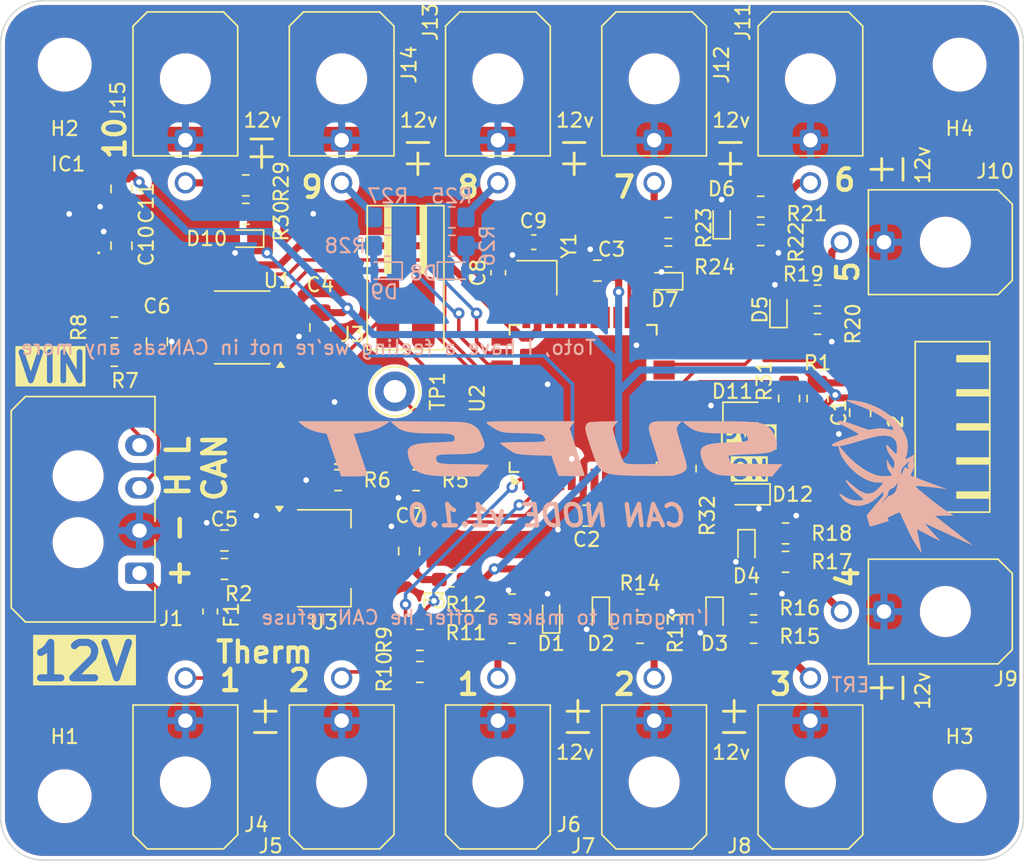
<source format=kicad_pcb>
(kicad_pcb (version 20240108) (generator "pcbnew") (generator_version "8.0")
  (layers (0 "F.Cu" signal) (31 "B.Cu" signal) (34 "B.Paste" user) (35 "F.Paste" user) (36 "B.SilkS" user "B.Silkscreen") (37 "F.SilkS" user "F.Silkscreen") (38 "B.Mask" user) (39 "F.Mask" user) (44 "Edge.Cuts" user))
  (net 0 "")
  (net 1 "+3V3")
  (net 2 "GND")
  (net 3 "+12V")
  (net 4 "/Decoupling")
  (net 5 "/Unfused 3V3")
  (net 6 "/CLK+")
  (net 7 "/CLK-")
  (net 8 "/4:1 P{slash}D 1")
  (net 9 "/4:1 P{slash}D 2")
  (net 10 "/4:1 P{slash}D 3")
  (net 11 "/4:1 P{slash}D 4")
  (net 12 "/4:1 P{slash}D 5")
  (net 13 "/4:1 P{slash}D 8")
  (net 14 "/4:1 P{slash}D 6")
  (net 15 "/4:1 P{slash}D 7")
  (net 16 "Net-(F1-Pad2)")
  (net 17 "Net-(J1-Pin_1)")
  (net 18 "/ICSPCLK")
  (net 19 "/~{MCLR}")
  (net 20 "/ICSPDAT")
  (net 21 "/CAN_RX")
  (net 22 "/CAN_TX")
  (net 23 "/CAN-")
  (net 24 "/CAN+")
  (net 25 "Net-(J6-Pin_2)")
  (net 26 "Net-(J7-Pin_2)")
  (net 27 "Net-(J8-Pin_2)")
  (net 28 "Net-(J9-Pin_2)")
  (net 29 "/Therm 2")
  (net 30 "/Therm 1")
  (net 31 "Net-(J12-Pin_2)")
  (net 32 "Net-(J13-Pin_2)")
  (net 41 "unconnected-(U1-NC-Pad8)")
  (net 42 "Net-(J10-Pin_2)")
  (net 43 "Net-(J11-Pin_2)")
  (net 44 "/4:1 P{slash}D 9")
  (net 45 "/4:1 P{slash}D 10")
  (net 46 "Net-(J14-Pin_2)")
  (net 47 "Net-(J15-Pin_2)")
  (net 48 "Net-(D11-A)")
  (net 49 "/Power ON LED")
  (net 50 "/Config value 0")
  (net 51 "/Config value 1")
  (net 53 "Net-(U2-RD2)")
  (net 54 "Net-(D12-A)")
  (net 60 "/INT1")
  (net 61 "/SCK1")
  (net 62 "/SDI1")
  (net 63 "/~{CS}")
  (net 64 "/VCC IO")
  (net 65 "/SD01")
  (net 66 "/ASDI1")
  (net 67 "/ASDO1")
  (footprint "Resistor_SMD:R_0805_2012Metric_Pad1.20x1.40mm_HandSolder" (layer "F.Cu") (at 117 95)
    (property "Reference" "R8")
    (property "Value" "60R")
  )
  (footprint "Connector_Molex:Molex_Micro-Fit_3.0_43045-0200_2x01_P3.00mm_Horizontal" (layer "F.Cu") (at 133 81.82)
    (property "Reference" "J14")
    (property "Value" "Conn_01x02_Pin")
  )
  (footprint "Resistor_SMD:R_0805_2012Metric_Pad1.20x1.40mm_HandSolder" (layer "F.Cu") (at 162 116.5)
    (property "Reference" "R15")
    (property "Value" "40k")
  )
  (footprint "Capacitor_SMD:C_0805_2012Metric_Pad1.18x1.45mm_HandSolder" (layer "F.Cu") (at 117.5 85.25 -90)
    (property "Reference" "C11")
    (property "Value" "0.1u")
  )
  (footprint "Capacitor_SMD:C_0805_2012Metric_Pad1.18x1.45mm_HandSolder" (layer "F.Cu") (at 169.5 101 -90)
    (property "Reference" "C1")
    (property "Value" "10u")
  )
  (footprint "Package_TO_SOT_SMD:SOT-223-3_TabPin2" (layer "F.Cu") (at 131.75 111.25)
    (property "Reference" "U3")
    (property "Value" "AZ1117CH-3.3TRG1")
  )
  (footprint "Capacitor_SMD:C_0805_2012Metric_Pad1.18x1.45mm_HandSolder" (layer "F.Cu") (at 151 91 180)
    (property "Reference" "C3")
    (property "Value" "100n")
  )
  (footprint "Connector_Molex:Molex_Micro-Fit_3.0_43045-0200_2x01_P3.00mm_Horizontal" (layer "F.Cu") (at 171.18 89 -90)
    (property "Reference" "J10")
    (property "Value" "Conn_01x02_Pin")
  )
  (footprint "Resistor_SMD:R_0805_2012Metric_Pad1.20x1.40mm_HandSolder" (layer "F.Cu") (at 154 114.5 180)
    (property "Reference" "R14")
    (property "Value" "10k")
  )
  (footprint "sufst-lib:Conn5_SMD" (layer "F.Cu") (at 174.875 102 -90)
    (property "Reference" "J2")
    (property "Value" "Conn_01x05_Pin")
  )
  (footprint "Connector_Molex:Molex_Micro-Fit_3.0_43045-0200_2x01_P3.00mm_Horizontal" (layer "F.Cu") (at 133 122.68 180)
    (property "Reference" "J5")
    (property "Value" "Conn_01x02_Pin")
  )
  (footprint "Resistor_SMD:R_0805_2012Metric_Pad1.20x1.40mm_HandSolder" (layer "F.Cu") (at 117 97 180)
    (property "Reference" "R7")
    (property "Value" "60R")
  )
  (footprint "Capacitor_SMD:C_0805_2012Metric_Pad1.18x1.45mm_HandSolder" (layer "F.Cu") (at 124.75 110 180)
    (property "Reference" "C5")
    (property "Value" "10u")
  )
  (footprint "Resistor_SMD:R_0805_2012Metric_Pad1.20x1.40mm_HandSolder" (layer "F.Cu") (at 138.25 105.75 180)
    (property "Reference" "R5")
    (property "Value" "0")
  )
  (footprint "Diode_SMD:D_SOD-523" (layer "F.Cu") (at 155.75 91.75 180)
    (property "Reference" "D7")
    (property "Value" "BZT585B3V3T-7")
  )
  (footprint "Resistor_SMD:R_0805_2012Metric_Pad1.20x1.40mm_HandSolder" (layer "F.Cu") (at 166.5 92.75)
    (property "Reference" "R19")
    (property "Value" "40k")
  )
  (footprint "sufst-lib:Conn2_SMD" (layer "F.Cu") (at 137.5 93.925)
    (property "Reference" "J3")
    (property "Value" "Conn_01x02 Surface")
  )
  (footprint "Connector_Molex:Molex_Micro-Fit_3.0_43045-0200_2x01_P3.00mm_Horizontal" (layer "F.Cu") (at 155 81.82)
    (property "Reference" "J12")
    (property "Value" "Conn_01x02_Pin")
  )
  (footprint "Resistor_SMD:R_0805_2012Metric_Pad1.20x1.40mm_HandSolder" (layer "F.Cu") (at 126.25 87)
    (property "Reference" "R30")
    (property "Value" "10k")
  )
  (footprint "Resistor_SMD:R_0805_2012Metric_Pad1.20x1.40mm_HandSolder" (layer "F.Cu") (at 162 114.5 180)
    (property "Reference" "R16")
    (property "Value" "10k")
  )
  (footprint "Diode_SMD:D_SOD-523" (layer "F.Cu") (at 151.25 115.25 -90)
    (property "Reference" "D2")
    (property "Value" "BZT585B3V3T-7")
  )
  (footprint "Crystal:Crystal_SMD_SeikoEpson_FA128-4Pin_2.0x1.6mm" (layer "F.Cu") (at 146.75 91.5 180)
    (property "Reference" "Y1")
    (property "Value" "20MHz")
  )
  (footprint "Capacitor_SMD:C_0805_2012Metric_Pad1.18x1.45mm_HandSolder" (layer "F.Cu") (at 137.75 110.75 90)
    (property "Reference" "C7")
    (property "Value" "10u")
  )
  (footprint "Resistor_SMD:R_0805_2012Metric_Pad1.20x1.40mm_HandSolder" (layer "F.Cu") (at 158.68486 104.939618 90)
    (property "Reference" "R32")
    (property "Value" "12")
  )
  (footprint "Capacitor_SMD:C_0805_2012Metric_Pad1.18x1.45mm_HandSolder" (layer "F.Cu") (at 150.25 108.25 180)
    (property "Reference" "C2")
    (property "Value" "100n")
  )
  (footprint "Resistor_SMD:R_0805_2012Metric_Pad1.20x1.40mm_HandSolder" (layer "F.Cu") (at 156 88 180)
    (property "Reference" "R23")
    (property "Value" "40k")
  )
  (footprint "Connector_Molex:Molex_Micro-Fit_3.0_43045-0200_2x01_P3.00mm_Horizontal" (layer "F.Cu") (at 155 122.68 180)
    (property "Reference" "J7")
    (property "Value" "Conn_01x02_Pin")
  )
  (footprint "Capacitor_SMD:C_0603_1608Metric_Pad1.08x0.95mm_HandSolder" (layer "F.Cu") (at 144.025 91.15 90)
    (property "Reference" "C8")
    (property "Value" "10p")
  )
  (footprint "Resistor_SMD:R_0805_2012Metric_Pad1.20x1.40mm_HandSolder" (layer "F.Cu") (at 166.5 94.75 180)
    (property "Reference" "R20")
    (property "Value" "10k")
  )
  (footprint "Resistor_SMD:R_0805_2012Metric_Pad1.20x1.40mm_HandSolder" (layer "F.Cu") (at 126.25 85 180)
    (property "Reference" "R29")
    (property "Value" "40k")
  )
  (footprint "TestPoint:TestPoint_Keystone_5010-5014_Multipurpose" (layer "F.Cu") (at 136.75 99.5)
    (property "Reference" "TP1")
    (property "Value" "TestPoint")
  )
  (footprint "Resistor_SMD:R_0805_2012Metric_Pad1.20x1.40mm_HandSolder" (layer "F.Cu") (at 164.5 100 90)
    (property "Reference" "R31")
    (property "Value" "68")
  )
  (footprint "LED_SMD:LED_0603_1608Metric_Pad1.05x0.95mm_HandSolder" (layer "F.Cu") (at 161.5 101)
    (property "Reference" "D11")
    (property "Value" "RED LED")
  )
  (footprint "Resistor_SMD:R_0805_2012Metric_Pad1.20x1.40mm_HandSolder" (layer "F.Cu") (at 162.5 86.5)
    (property "Reference" "R21")
    (property "Value" "40k")
  )
  (footprint "Resistor_SMD:R_0805_2012Metric_Pad1.20x1.40mm_HandSolder" (layer "F.Cu") (at 138.5 117)
    (property "Reference" "R9")
    (property "Value" "10k")
  )
  (footprint "Resistor_SMD:R_0805_2012Metric_Pad1.20x1.40mm_HandSolder" (layer "F.Cu") (at 154 116.5)
    (property "Reference" "R13")
    (property "Value" "40k")
  )
  (footprint "Connector_Molex:Molex_Micro-Fit_3.0_43045-0200_2x01_P3.00mm_Horizontal" (layer "F.Cu") (at 144 81.82)
    (property "Reference" "J13")
    (property "Value" "Conn_01x02_Pin")
  )
  (footprint "Diode_SMD:D_SOD-523" (layer "F.Cu") (at 147.75 115.25 90)
    (property "Reference" "D1")
    (property "Value" "BZT585B3V3T-7")
  )
  (footprint "Resistor_SMD:R_0805_2012Metric_Pad1.20x1.40mm_HandSolder" (layer "F.Cu") (at 124.75 112)
    (property "Reference" "R2")
    (property "Value" "12")
  )
  (footprint "Connector_Molex:Molex_Micro-Fit_3.0_43045-0200_2x01_P3.00mm_Horizontal" (layer "F.Cu") (at 166 122.68 180)
    (property "Reference" "J8")
    (property "Value" "Conn_01x02_Pin")
  )
  (footprint "Capacitor_SMD:C_0603_1608Metric_Pad1.08x0.95mm_HandSolder" (layer "F.Cu") (at 146.525 89 180)
    (property "Reference" "C9")
    (property "Value" "10p")
  )
  (footprint "Diode_SMD:D_SOD-523" (layer "F.Cu") (at 159.75 87.5 90)
    (property "Reference" "D6")
    (property "Value" "BZT585B3V3T-7")
  )
  (footprint "Resistor_SMD:R_0805_2012Metric_Pad1.20x1.40mm_HandSolder" (layer "F.Cu") (at 156 90)
    (property "Reference" "R24")
    (property "Value" "10k")
  )
  (footprint "LED_SMD:LED_0603_1608Metric_Pad1.05x0.95mm_HandSolder" (layer "F.Cu") (at 161.5 106.75 180)
    (property "Reference" "D12")
    (property "Value" "GREEN LED")
  )
  (footprint "Diode_SMD:D_SOD-523" (layer "F.Cu") (at 159.25 115.25 -90)
    (property "Reference" "D3")
    (property "Value" "BZT585B3V3T-7")
  )
  (footprint "Capacitor_SMD:C_0805_2012Metric_Pad1.18x1.45mm_HandSolder" (layer "F.Cu") (at 131.5 95 90)
    (property "Reference" "C4")
    (property "Value" "100n")
  )
  (footprint "Diode_SMD:D_SOD-523" (layer "F.Cu") (at 126.25 88.75 180)
    (property "Reference" "D10")
    (property "Value" "BZT585B3V3T-7")
  )
  (footprint "Resistor_SMD:R_0805_2012Metric_Pad1.20x1.40mm_HandSolder" (layer "F.Cu") (at 164.25 111.5)
    (property "Reference" "R17")
    (property "Value" "40k")
  )
  (footprint "MountingHole:MountingHole_3.2mm_M3" (layer "F.Cu") (at 176.5 128)
    (property "Reference" "H3")
    (property "Value" "M3")
  )
  (footprint "Resistor_SMD:R_0805_2012Metric_Pad1.20x1.40mm_HandSolder" (layer "F.Cu") (at 145 116.5 180)
    (property "Reference" "R11")
    (property "Value" "40k")
  )
  (footprint "Resistor_SMD:R_0805_2012Metric_Pad1.20x1.40mm_HandSolder" (layer "F.Cu") (at 138.5 119.25)
    (property "Reference" "R10")
    (property "Value" "10k")
  )
  (footprint "NetTie:NetTie-2_SMD_Pad0.5mm" (layer "F.Cu") (at 136.25 103.264316 180)
    (property "Reference" "NT2" (hide yes))
    (property "Value" "NetTie_2" (hide yes))
  )
  (footprint "Connector_Molex:Molex_Micro-Fit_3.0_43045-0200_2x01_P3.00mm_Horizontal" (layer "F.Cu") (at 166 81.82)
    (property "Reference" "J11")
    (property "Value" "Conn_01x02_Pin")
  )
  (footprint "Resistor_SMD:R_0805_2012Metric_Pad1.20x1.40mm_HandSolder" (layer "F.Cu") (at 145 114.5)
    (property "Reference" "R12")
    (property "Value" "10k")
  )
  (footprint "Diode_SMD:D_SOD-523" (layer "F.Cu") (at 163.75 93.75 90)
    (property "Reference" "D5")
    (property "Value" "BZT585B3V3T-7")
  )
  (footprint "Fuse:Fuse_0603_1608Metric_Pad1.05x0.95mm_HandSolder" (layer "F.Cu") (at 123.75 115 90)
    (property "Reference" "F1")
    (property "Value" "F0603E0R25FSTR\\INT")
  )
  (footprint "Resistor_SMD:R_0805_2012Metric_Pad1.20x1.40mm_HandSolder" (layer "F.Cu") (at 162.5 88.5 180)
    (property "Reference" "R22")
    (property "Value" "10k")
  )
  (footprint "Resistor_SMD:R_0805_2012Metric_Pad1.20x1.40mm_HandSolder" (layer "F.Cu") (at 164.25 109.5 180)
    (property "Reference" "R18")
    (property "Value" "10k")
  )
  (footprint "Connector_Molex:Molex_Micro-Fit_3.0_43045-0200_2x01_P3.00mm_Horizontal" (layer "F.Cu") (at 122 81.82)
    (property "Reference" "J15")
    (property "Value" "Conn_01x02_Pin")
  )
  (footprint "Package_QFP:TQFP-44_10x10mm_P0.8mm" (layer "F.Cu") (at 150 100 90)
    (property "Reference" "U2")
    (property "Value" "PIC18F47Q84-I/PT")
  )
  (footprint "MountingHole:MountingHole_3.2mm_M3" (layer "F.Cu") (at 176.5 76.5)
    (property "Reference" "H4")
    (property "Value" "M3")
  )
  (footprint "NetTie:NetTie-2_SMD_Pad0.5mm" (layer "F.Cu") (at 136.25 104.25 180)
    (property "Reference" "NT1" (hide yes))
    (property "Value" "NetTie_2" (hide yes))
  )
  (footprint "Connector_Molex:Molex_Micro-Fit_3.0_43045-0200_2x01_P3.00mm_Horizontal" (layer "F.Cu") (at 144 122.68 180)
    (property "Reference" "J6")
    (property "Value" "Conn_01x02_Pin")
  )
  (footprint "Connector_Molex:Molex_Micro-Fit_3.0_43045-0200_2x01_P3.00mm_Horizontal" (layer "F.Cu") (at 171.18 115 -90)
    (property "Reference" "J9")
    (property "Value" "Conn_01x02_Pin")
  )
  (footprint "Fuse:Fuse_0603_1608Metric_Pad1.05x0.95mm_HandSolder" (layer "F.Cu") (at 140.75 112.75)
    (property "Reference" "F3")
    (property "Value" "F0603E0R25FSTR\\INT")
  )
  (footprint "MountingHole:MountingHole_3.2mm_M3" (layer "F.Cu") (at 113.5 128)
    (property "Reference" "H1")
    (property "Value" "M3")
  )
  (footprint "MountingHole:MountingHole_3.2mm_M3" (layer "F.Cu") (at 113.5 76.5)
    (property "Reference" "H2")
    (property "Value" "M3")
  )
  (footprint "Capacitor_SMD:C_0805_2012Metric_Pad1.18x1.45mm_HandSolder" (layer "F.Cu") (at 120 96 -90)
    (property "Reference" "C6")
    (property "Value" "4n7")
  )
  (footprint "Resistor_SMD:R_0805_2012Metric_Pad1.20x1.40mm_HandSolder" (layer "F.Cu") (at 166.5 100 -90)
    (property "Reference" "R1")
    (property "Value" "10k")
  )
  (footprint "sufst-lib:ADXL343BCCZRL" (layer "F.Cu") (at 113.75 87.75 180)
    (property "Reference" "IC1")
    (property "Value" "ADXL343BCCZ-RL" (hide yes))
  )
  (footprint "Connector_Molex:Molex_Micro-Fit_3.0_43650-0400_1x04_P3.00mm_Horizontal" (layer "F.Cu") (at 118.77 112.3 90)
    (property "Reference" "J1")
    (property "Value" "Conn_01x04_Pin")
  )
  (footprint "Capacitor_SMD:C_0805_2012Metric_Pad1.18x1.45mm_HandSolder" (layer "F.Cu") (at 117.5 89.25 90)
    (property "Reference" "C10")
    (property "Value" "1u")
  )
  (footprint "Resistor_SMD:R_0805_2012Metric_Pad1.20x1.40mm_HandSolder" (layer "F.Cu") (at 132.75 105.75 180)
    (property "Reference" "R6")
    (property "Value" "0")
  )
  (footprint "Package_SO:SOIC-8_3.9x4.9mm_P1.27mm" (layer "F.Cu") (at 126 95 180)
    (property "Reference" "U1")
    (property "Value" "TCAN332DR")
  )
  (footprint "Connector_Molex:Molex_Micro-Fit_3.0_43045-0200_2x01_P3.00mm_Horizontal" (layer "F.Cu") (at 122 122.68 180)
    (property "Reference" "J4")
    (property "Value" "Conn_01x02_Pin")
  )
  (footprint "Diode_SMD:D_SOD-523" (layer "F.Cu") (at 161.5 110.5 -90)
    (property "Reference" "D4")
    (property "Value" "BZT585B3V3T-7")
  )
  (footprint "Diode_SMD:D_SOD-523" (layer "B.Cu") (at 136 91 180)
    (property "Reference" "D9")
    (property "Value" "BZT585B3V3T-7")
  )
  (footprint "Resistor_SMD:R_0805_2012Metric_Pad1.20x1.40mm_HandSolder" (layer "B.Cu") (at 140.75 89.25 180)
    (property "Reference" "R26")
    (property "Value" "10k")
  )
  (footprint "Resistor_SMD:R_0805_2012Metric_Pad1.20x1.40mm_HandSolder" (layer "B.Cu") (at 136.25 89.25)
    (property "Reference" "R28")
    (property "Value" "10k")
  )
  (footprint "Resistor_SMD:R_0805_2012Metric_Pad1.20x1.40mm_HandSolder" (layer "B.Cu") (at 140.75 87.25)
    (property "Reference" "R25")
    (property "Value" "40k")
  )
  (footprint "Resistor_SMD:R_0805_2012Metric_Pad1.20x1.40mm_HandSolder" (layer "B.Cu") (at 136.25 87.25 180)
    (property "Reference" "R27")
    (property "Value" "40k")
  )
  (footprint "sufst-lib:stag-logo" (layer "B.Cu") (at 172.5 105.5 180)
    (property "Reference" "G***" (hide yes))
    (property "Value" "LOGO" (hide yes))
  )
  (footprint "sufst-lib:SUFST" (layer "B.Cu") (at 147 103.5 180)
    (property "Reference" "G***" (hide yes))
    (property "Value" "LOGO" (hide yes))
  )
  (footprint "Diode_SMD:D_SOD-523" (layer "B.Cu") (at 141 91)
    (property "Reference" "D8")
    (property "Value" "BZT585B3V3T-7")
  )
  (gr_line (start 109 116) (end 109 129.5) (stroke (width 0.1)) (layer "Edge.Cuts"))
  (gr_arc (start 178 72) (mid 180.12132 72.87868) (end 181 75) (stroke (width 0.1)) (layer "Edge.Cuts"))
  (gr_line (start 181 75) (end 181 129.5) (stroke (width 0.1)) (layer "Edge.Cuts"))
  (gr_line (start 109 116) (end 109 75) (stroke (width 0.1)) (layer "Edge.Cuts"))
  (gr_arc (start 109 75) (mid 109.87868 72.87868) (end 112 72) (stroke (width 0.1)) (layer "Edge.Cuts"))
  (gr_line (start 112 132.5) (end 178 132.5) (stroke (width 0.1)) (layer "Edge.Cuts"))
  (gr_arc (start 112 132.5) (mid 109.87868 131.62132) (end 109 129.5) (stroke (width 0.1)) (layer "Edge.Cuts"))
  (gr_line (start 112 72) (end 178 72) (stroke (width 0.1)) (layer "Edge.Cuts"))
  (gr_arc (start 181 129.5) (mid 180.12132 131.62132) (end 178 132.5) (stroke (width 0.1)) (layer "Edge.Cuts"))
  (gr_text "I'm going to make a offer he CAN refuse" (at 159 116 0) (layer "B.SilkS") (effects (font (size 1 1)) (justify left bottom mirror)))
  (gr_text "CAN NODE v1.1.0\n" (at 147.5 108.25 0) (layer "B.SilkS") (effects (font (size 1.5 1.5) (thickness 0.3) (italic yes)) (justify mirror)))
  (gr_text "ERT" (at 170.25 120.75 0) (layer "B.SilkS") (effects (font (size 1 1)) (justify left bottom mirror)))
  (gr_text "Toto, I have a feeling we're not in CANsas any more" (at 151 97 0) (layer "B.SilkS") (effects (font (size 1 1)) (justify left bottom mirror)))
  (gr_text "1" (at 141 121 0) (layer "F.SilkS") (effects (font (size 1.5 1.5) (thickness 0.3) (bold yes)) (justify left bottom)))
  (gr_text "+" (at 151 121 180) (layer "F.SilkS") (effects (font (size 2 2) (thickness 0.2) (bold yes)) (justify left bottom)))
  (gr_text "-" (at 129 122.5 180) (layer "F.SilkS") (effects (font (size 2 2) (thickness 0.2) (bold yes)) (justify left bottom)))
  (gr_text "PWR" (at 159.5 103.5 0) (layer "F.SilkS" knockout) (effects (font (size 1.25 1.25) (thickness 0.25) (bold yes)) (justify left bottom)))
  (gr_text "+" (at 170 119 -90) (layer "F.SilkS") (effects (font (size 2 2) (thickness 0.2) (bold yes)) (justify left bottom)))
  (gr_text "7" (at 152 86 0) (layer "F.SilkS") (effects (font (size 1.5 1.5) (thickness 0.3) (bold yes)) (justify left bottom)))
  (gr_text "12v" (at 148 81 0) (layer "F.SilkS") (effects (font (size 1 1)) (justify left bottom)))
  (gr_text "-" (at 159 83 0) (layer "F.SilkS") (effects (font (size 2 2) (thickness 0.2) (bold yes)) (justify left bottom)))
  (gr_text "6" (at 167.5 85.5 0) (layer "F.SilkS") (effects (font (size 1.5 1.5) (thickness 0.3) (bold yes)) (justify left bottom)))
  (gr_text "12v" (at 174.5 122 90) (layer "F.SilkS") (effects (font (size 1 1)) (justify left bottom)))
  (gr_text "+" (at 126 84 0) (layer "F.SilkS") (effects (font (size 2 2) (thickness 0.2) (bold yes)) (justify left bottom)))
  (gr_text "2" (at 152 121 0) (layer "F.SilkS") (effects (font (size 1.5 1.5) (thickness 0.3) (bold yes)) (justify left bottom)))
  (gr_text "\nON" (at 160.25 105.75 0) (layer "F.SilkS" knockout) (effects (font (size 1.25 1.25) (thickness 0.25) (bold yes)) (justify left bottom)))
  (gr_text "-" (at 171.5 119 -90) (layer "F.SilkS") (effects (font (size 2 2) (thickness 0.2) (bold yes)) (justify left bottom)))
  (gr_text "1   2" (at 124.25 120.73 0) (layer "F.SilkS") (effects (font (size 1.5 1.5) (thickness 0.3) (bold yes)) (justify left bottom)))
  (gr_text "-" (at 171.5 82.5 -90) (layer "F.SilkS") (effects (font (size 2 2) (thickness 0.2) (bold yes)) (justify left bottom)))
  (gr_text "9" (at 130 86 0) (layer "F.SilkS") (effects (font (size 1.5 1.5) (thickness 0.3) (bold yes)) (justify left bottom)))
  (gr_text "+ - H L\n     CAN" (at 125 113.5 90) (layer "F.SilkS") (effects (font (size 1.6 1.6) (thickness 0.32) (bold yes)) (justify left bottom)))
  (gr_text "3" (at 163 121 0) (layer "F.SilkS") (effects (font (size 1.5 1.5) (thickness 0.3) (bold yes)) (justify left bottom)))
  (gr_text "VIN" (at 110 99 0) (layer "F.SilkS" knockout) (effects (font (size 2 2) (thickness 0.4) (bold yes)) (justify left bottom)))
  (gr_text "-" (at 148 83 0) (layer "F.SilkS") (effects (font (size 2 2) (thickness 0.2) (bold yes)) (justify left bottom)))
  (gr_text "5" (at 169.5 92 90) (layer "F.SilkS") (effects (font (size 1.5 1.5) (thickness 0.3) (bold yes)) (justify left bottom)))
  (gr_text "12v" (at 174.5 85 90) (layer "F.SilkS") (effects (font (size 1 1)) (justify left bottom)))
  (gr_text "4" (at 169.5 113.5 90) (layer "F.SilkS") (effects (font (size 1.5 1.5) (thickness 0.3) (bold yes)) (justify left bottom)))
  (gr_text "-" (at 126 82.75 0) (layer "F.SilkS") (effects (font (size 2 2) (thickness 0.2) (bold yes)) (justify left bottom)))
  (gr_text "Therm" (at 124 118.73 0) (layer "F.SilkS") (effects (font (size 1.5 1.5) (thickness 0.3) (bold yes)) (justify left bottom)))
  (gr_text "12v" (at 159 125.5 0) (layer "F.SilkS") (effects (font (size 1 1)) (justify left bottom)))
  (gr_text "8" (at 141 86 0) (layer "F.SilkS") (effects (font (size 1.5 1.5) (thickness 0.3) (bold yes)) (justify left bottom)))
  (gr_text "-" (at 162 122.5 180) (layer "F.SilkS") (effects (font (size 2 2) (thickness 0.2) (bold yes)) (justify left bottom)))
  (gr_text "+" (at 159 84.5 0) (layer "F.SilkS") (effects (font (size 2 2) (thickness 0.2) (bold yes)) (justify left bottom)))
  (gr_text "+" (at 162 121 180) (layer "F.SilkS") (effects (font (size 2 2) (thickness 0.2) (bold yes)) (justify left bottom)))
  (gr_text "12V" (at 111 120 0) (layer "F.SilkS" knockout) (effects (font (size 2.5 2.5) (thickness 0.5) (bold yes)) (justify left bottom)))
  (gr_text "10" (at 117.92 83.31 90) (layer "F.SilkS") (effects (font (size 1.5 1.5) (thickness 0.3) (bold yes)) (justify left bottom)))
  (gr_text "12v" (at 137 81 0) (layer "F.SilkS") (effects (font (size 1 1)) (justify left bottom)))
  (gr_text "12v" (at 126 81 0) (layer "F.SilkS") (effects (font (size 1 1)) (justify left bottom)))
  (gr_text "+" (at 137 84.5 0) (layer "F.SilkS") (effects (font (size 2 2) (thickness 0.2) (bold yes)) (justify left bottom)))
  (gr_text "+" (at 148 84.5 0) (layer "F.SilkS") (effects (font (size 2 2) (thickness 0.2) (bold yes)) (justify left bottom)))
  (gr_text "1      0" (at 132.25 104.75 0) (layer "F.SilkS") (effects (font (size 1 1)) (justify left bottom)))
  (gr_text "-" (at 137 83 0) (layer "F.SilkS") (effects (font (size 2 2) (thickness 0.2) (bold yes)) (justify left bottom)))
  (gr_text "+" (at 129 121 180) (layer "F.SilkS") (effects (font (size 2 2) (thickness 0.2) (bold yes)) (justify left bottom)))
  (gr_text "-" (at 151 122.5 180) (layer "F.SilkS") (effects (font (size 2 2) (thickness 0.2) (bold yes)) (justify left bottom)))
  (gr_text "12v" (at 159 81 0) (layer "F.SilkS") (effects (font (size 1 1)) (justify left bottom)))
  (gr_text "+" (at 170 82.5 -90) (layer "F.SilkS") (effects (font (size 2 2) (thickness 0.2) (bold yes)) (justify left bottom)))
  (gr_text "12v" (at 148 125.5 0) (layer "F.SilkS") (effects (font (size 1 1)) (justify left bottom)))
  (segment (start 151.2875 108.25) (end 150.8 107.7625) (width 0.5) (layer "F.Cu") (net 1))
  (segment (start 167.9625 99.9625) (end 169.5 99.9625) (width 0.5) (layer "F.Cu") (net 1))
  (segment (start 139.5 117) (end 139.5 116) (width 0.5) (layer "F.Cu") (net 1))
  (segment (start 141.625 113.875) (end 141.625 112.625) (width 0.5) (layer "F.Cu") (net 1))
  (segment (start 150.8 107.7625) (end 150.8 105.7) (width 0.5) (layer "F.Cu") (net 1))
  (segment (start 164.5 99) (end 166.5 101) (width 0.5) (layer "F.Cu") (net 1))
  (segment (start 151.25 108.25) (end 151.2875 108.25) (width 0.5) (layer "F.Cu") (net 1))
  (segment (start 128.475 94.365) (end 131.0975 94.365) (width 0.5) (layer "F.Cu") (net 1))
  (segment (start 174.875 99.6) (end 169.8625 99.6) (width 0.5) (layer "F.Cu") (net 1))
  (segment (start 131.0975 94.365) (end 131.5 93.9625) (width 0.5) (layer "F.Cu") (net 1))
  (segment (start 116.3855 84.2125) (end 118.187194 84.2125) (width 0.5) (layer "F.Cu") (net 1))
  (segment (start 118.187194 84.2125) (end 118.737347 84.762653) (width 0.5) (layer "F.Cu") (net 1))
  (segment (start 152.175 91) (end 152.2875 91) (width 0.5) (layer "F.Cu") (net 1))
  (segment (start 152.5 91.4625) (end 152.0375 91) (width 0.5) (layer "F.Cu") (net 1))
  (segment (start 141.625 112.75) (end 143 112.75) (width 0.5) (layer "F.Cu") (net 1))
  (segment (start 167.75 99.75) (end 166.5 101) (width 0.5) (layer "F.Cu") (net 1))
  (segment (start 150 93.175) (end 152.175 91) (width 0.5) (layer "F.Cu") (net 1))
  (segment (start 150 94.3) (end 150 93.175) (width 0.5) (layer "F.Cu") (net 1))
  (segment (start 169.8625 99.6) (end 169.5 99.9625) (width 0.5) (layer "F.Cu") (net 1))
  (segment (start 133.39375 93.64375) (end 133.075 93.9625) (width 0.5) (layer "F.Cu") (net 1))
  (segment (start 164.75 98.75) (end 164.5 99) (width 0.5) (layer "F.Cu") (net 1))
  (segment (start 143.75 112) (end 147.5 112) (width 0.5) (layer "F.Cu") (net 1))
  (segment (start 114.848 85.75) (end 116.3855 84.2125) (width 0.5) (layer "F.Cu") (net 1))
  (segment (start 139.5 119.5) (end 139.5 117) (width 0.5) (layer "F.Cu") (net 1))
  (segment (start 143 112.75) (end 143.75 112) (width 0.5) (layer "F.Cu") (net 1))
  (segment (start 139.5 116) (end 141.625 113.875) (width 0.5) (layer "F.Cu") (net 1))
  (segment (start 133.075 93.9625) (end 131.5 93.9625) (width 0.5) (layer "F.Cu") (net 1))
  (segment (start 167.75 99.75) (end 167.9625 99.9625) (width 0.5) (layer "F.Cu") (net 1))
  (segment (start 147.5 112) (end 151.25 108.25) (width 0.5) (layer "F.Cu") (net 1))
  (segment (start 152.5 92.5) (end 152.5 91.4625) (width 0.5) (layer "F.Cu") (net 1))
  (via (at 133.39375 93.64375) (size 0.8) (drill 0.4) (layers "F.Cu" "B.Cu") (net 1))
  (via (at 152.5 92.5) (size 0.8) (drill 0.4) (layers "F.Cu" "B.Cu") (net 1))
  (via (at 167.75 99.75) (size 0.8) (drill 0.4) (layers "F.Cu" "B.Cu") (net 1))
  (via (at 118.737347 84.762653) (size 0.8) (drill 0.4) (layers "F.Cu" "B.Cu") (net 1))
  (via (at 143.75 112) (size 0.8) (drill 0.4) (layers "F.Cu" "B.Cu") (net 1))
  (segment (start 118.737347 84.862347) (end 122.125 88.25) (width 0.5) (layer "B.Cu") (net 1))
  (segment (start 143.75 112) (end 144 112) (width 0.5) (layer "B.Cu") (net 1))
  (segment (start 166 98) (end 154 98) (width 0.5) (layer "B.Cu") (net 1))
  (segment (start 167.75 99.75) (end 166 98) (width 0.5) (layer "B.Cu") (net 1))
  (segment (start 150.5 95.5) (end 152.5 97.5) (width 0.5) (layer "B.Cu") (net 1))
  (segment (start 154 98) (end 152.5 99.5) (width 0.5) (layer "B.Cu") (net 1))
  (segment (start 118.737347 84.762653) (end 118.737347 84.862347) (width 0.5) (layer "B.Cu") (net 1))
  (segment (start 135.25 95.5) (end 150.5 95.5) (width 0.5) (layer "B.Cu") (net 1))
  (segment (start 118.737347 84.762653) (end 118.75 84.75) (width 0.5) (layer "B.Cu") (net 1))
  (segment (start 122.125 88.25) (end 128 88.25) (width 0.5) (layer "B.Cu") (net 1))
  (segment (start 152.5 97.5) (end 152.5 92.5) (width 0.5) (layer "B.Cu") (net 1))
  (segment (start 128 88.25) (end 133.39375 93.64375) (width 0.5) (layer "B.Cu") (net 1))
  (segment (start 133.39375 93.64375) (end 135.25 95.5) (width 0.5) (layer "B.Cu") (net 1))
  (segment (start 144 112) (end 152.5 103.5) (width 0.5) (layer "B.Cu") (net 1))
  (segment (start 152.5 103.5) (end 152.5 97.5) (width 0.5) (layer "B.Cu") (net 1))
  (segment (start 147.475 92.075) (end 147.35766 92.075) (width 0.2) (layer "F.Cu") (net 2))
  (segment (start 155.05 91.555876) (end 155.05 91.75) (width 0.25) (layer "F.Cu") (net 2))
  (segment (start 150 107.4625) (end 150 105.7) (width 0.5) (layer "F.Cu") (net 2))
  (segment (start 155 114.5) (end 155.75 114.5) (width 0.25) (layer "F.Cu") (net 2))
  (segment (start 163 114.5) (end 163.25 114.5) (width 0.25) (layer "F.Cu") (net 2))
  (segment (start 149.2 92.0125) (end 150.2125 91) (width 0.5) (layer "F.Cu") (net 2))
  (segment (start 160.75 111.5) (end 161.2 111.5) (width 0.25) (layer "F.Cu") (net 2))
  (segment (start 121.0375 96) (end 120 97.0375) (width 0.25) (layer "F.Cu") (net 2))
  (segment (start 123.7125 108.9625) (end 123.5 108.75) (width 0.5) (layer "F.Cu") (net 2))
  (segment (start 174.8375 102.0375) (end 174.875 102) (width 0.8) (layer "F.Cu") (net 2))
  (segment (start 149.2125 108.25) (end 150 107.4625) (width 0.5) (layer "F.Cu") (net 2))
  (segment (start 131.75 105.75) (end 130.5 105.75) (width 0.25) (layer "F.Cu") (net 2))
  (segment (start 128.6 108.95) (end 127.7 108.95) (width 0.5) (layer "F.Cu") (net 2))
  (segment (start 137.25 105.75) (end 137.25 106.75) (width 0.25) (layer "F.Cu") (net 2))
  (segment (start 162.375 106.75) (end 162.375 107.75) (width 0.25) (layer "F.Cu") (net 2))
  (segment (start 125.55 88.75) (end 125.55 87.3) (width 0.5) (layer "F.Cu") (net 2))
  (segment (start 155.513209 91.092667) (end 155.05 91.555876) (width 0.25) (layer "F.Cu") (net 2))
  (segment (start 163.25 114.5) (end 164 113.75) (width 0.25) (layer "F.Cu") (net 2))
  (segment (start 127.7 108.95) (end 127 108.25) (width 0.5) (layer "F.Cu") (net 2))
  (segment (start 145.6625 89.2625) (end 145.6625 89) (width 0.25) (layer "F.Cu") (net 2))
  (segment (start 155.75 114.5) (end 156.25 115) (width 0.25) (layer "F.Cu") (net 2))
  (segment (start 163.75 89.75) (end 163.75 88.75) (width 0.25) (layer "F.Cu") (net 2))
  (segment (start 147.75 114) (end 147.5 113.75) (width 0.25) (layer "F.Cu") (net 2))
  (segment (start 150.5 89.5) (end 150.2125 89.7875) (width 0.5) (layer "F.Cu") (net 2))
  (segment (start 147.75 114.55) (end 147.75 114) (width 0.25) (layer "F.Cu") (net 2))
  (segment (start 125.55 89.7) (end 125.55 88.75) (width 0.5) (layer "F.Cu") (net 2))
  (segment (start 114.386332 87.011668) (end 114.848 86.55) (width 0.5) (layer "F.Cu") (net 2))
  (segment (start 150.05 104.45) (end 150.5 104) (width 0.5) (layer "F.Cu") (net 2))
  (segment (start 151.25 115.95) (end 150.55 115.95) (width 0.25) (layer "F.Cu") (net 2))
  (segment (start 169.5 102.0375) (end 174.8375 102.0375) (width 0.8) (layer "F.Cu") (net 2))
  (segment (start 169.5 102.0375) (end 168.4625 102.0375) (width 0.8) (layer "F.Cu") (net 2))
  (segment (start 163.5 92) (end 163.5 92.8) (width 0.5) (layer "F.Cu") (net 2))
  (segment (start 137.25 106.75) (end 137 107) (width 0.25) (layer "F.Cu") (net 2))
  (segment (start 160.125 100.5) (end 160.625 101) (width 0.25) (layer "F.Cu") (net 2))
  (segment (start 165.25 108.5) (end 165 108.25) (width 0.25) (layer "F.Cu") (net 2))
  (segment (start 145.947304 90.925) (end 145.8 90.925) (width 0.2) (layer "F.Cu") (net 2))
  (segment (start 145.025 89.9) (end 145.6625 89.2625) (width 0.25) (layer "F.Cu") (net 2))
  (segment (start 128.6 108.6) (end 128.6 108.95) (width 0.5) (layer "F.Cu") (net 2))
  (segment (start 159.75 86) (end 159.75 86.8) (width 0.5) (layer "F.Cu") (net 2))
  (segment (start 145.025 89.9) (end 144.4125 89.9) (width 0.25) (layer "F.Cu") (net 2))
  (segment (start 131.0975 95.635) (end 131.5 96.0375) (width 0.5) (layer "F.Cu") (net 2))
  (segment (start 165.25 109.5) (end 165.25 108.5) (width 0.25) (layer "F.Cu") (net 2))
  (segment (start 167.5 94.75) (end 167.5 96) (width 0.25) (layer "F.Cu") (net 2))
  (segment (start 150.05 105.65) (end 150.05 104.45) (width 0.5) (layer "F.Cu") (net 2))
  (segment (start 115.55 88.95) (end 114.848 88.95) (width 0.5) (layer "F.Cu") (net 2))
  (segment (start 168.4625 102.0375) (end 168 102.5) (width 0.8) (layer "F.Cu") (net 2))
  (segment (start 148.23125 109.23125) (end 149.2125 108.25) (width 0.5) (layer "F.Cu") (net 2))
  (segment (start 155 90.579458) (end 155 90) (width 0.25) (layer "F.Cu") (net 2))
  (segment (start 150.55 115.95) (end 150.25 116.25) (width 0.25) (layer "F.Cu") (net 2))
  (segment (start 136.5 109) (end 137.2125 109.7125) (width 0.5) (layer "F.Cu") (net 2))
  (segment (start 144.75 113.5) (end 144.75 113.75) (width 0.25) (layer "F.Cu") (net 2))
  (segment (start 125.55 87.3) (end 125.25 87) (width 0.5) (layer "F.Cu") (net 2))
  (segment (start 150.2125 89.7875) (end 150.2125 91) (width 0.5) (layer "F.Cu") (net 2))
  (segment (start 145.025 89.925) (end 145.025 89.9) (width 0.25) (layer "F.Cu") (net 2))
  (segment (start 146.025 90.925) (end 145.025 89.925) (width 0.25) (layer "F.Cu") (net 2))
  (segment (start 137.2125 109.7125) (end 137.75 109.7125) (width 0.5) (layer "F.Cu") (net 2))
  (segment (start 145.8 90.925) (end 145.952696 90.925) (width 0.25) (layer "F.Cu") (net 2))
  (segment (start 128.475 95.635) (end 131.0975 95.635) (width 0.5) (layer "F.Cu") (net 2))
  (segment (start 146.20766 90.925) (end 146.025 90.925) (width 0.2) (layer "F.Cu") (net 2))
  (segment (start 161.2 111.5) (end 161.5 111.2) (width 0.25) (layer "F.Cu") (net 2))
  (segment (start 145.8 90.925) (end 145.8 90.775) (width 0.2) (layer "F.Cu") (net 2))
  (segment (start 113.82115 87.011668) (end 114.386332 87.011668) (width 0.5) (layer "F.Cu") (net 2))
  (segment (start 159 100.5) (end 160.125 100.5) (width 0.25) (layer "F.Cu") (net 2))
  (segment (start 150 105.7) (end 150.05 105.65) (width 0.5) (layer "F.Cu") (net 2))
  (segment (start 123.7125 110) (end 123.7125 108.9625) (width 0.5) (layer "F.Cu") (net 2))
  (segment (start 159.25 115.95) (end 158.8 115.95) (width 0.25) (layer "F.Cu") (net 2))
  (segment (start 149.2 94.3) (end 149.2 92.0125) (width 0.5) (layer "F.Cu") (net 2))
  (segment (start 147.35766 92.075) (end 146.20766 90.925) (width 0.2) (layer "F.Cu") (net 2))
  (segment (start 114.509668 87.011668) (end 113.82115 87.011668) (width 0.5) (layer "F.Cu") (net 2))
  (segment (start 155.513209 91.092667) (end 155 90.579458) (width 0.25) (layer "F.Cu") (net 2))
  (segment (start 144.4125 89.9) (end 144.025 90.2875) (width 0.25) (layer "F.Cu") (net 2))
  (segment (start 163.75 88.75) (end 163.5 88.5) (width 0.25) (layer "F.Cu") (net 2))
  (segment (start 144.75 113.75) (end 144 114.5) (width 0.25) (layer "F.Cu") (net 2))
  (segment (start 125.5 89.75) (end 125.55 89.7) (width 0.5) (layer "F.Cu") (net 2))
  (segment (start 116.25 88.25) (end 115.55 88.95) (width 0.5) (layer "F.Cu") (net 2))
  (segment (start 158.8 115.95) (end 158.25 116.5) (width 0.25) (layer "F.Cu") (net 2))
  (segment (start 163.5 92.8) (end 163.75 93.05) (width 0.5) (layer "F.Cu") (net 2))
  (segment (start 114.848 87.35) (end 114.509668 87.011668) (width 0.5) (layer "F.Cu") (net 2))
  (via (at 127 108.25) (size 0.8) (drill 0.4) (layers "F.Cu" "B.Cu") (net 2))
  (via (at 159.75 86) (size 0.8) (drill 0.4) (layers "F.Cu" "B.Cu") (net 2))
  (via (at 116.25 88.25) (size 0.8) (drill 0.4) (layers "F.Cu" "B.Cu") (net 2))
  (via (at 137 107) (size 0.8) (drill 0.4) (layers "F.Cu" "B.Cu") (net 2))
  (via (at 155.513209 91.092667) (size 0.8) (drill 0.4) (layers "F.Cu" "B.Cu") (net 2))
  (via (at 132.5 100.25) (size 0.8) (drill 0.4) (layers "F.Cu" "B.Cu") (net 2))
  (via (at 167.5 96) (size 0.8) (drill 0.4) (layers "F.Cu" "B.Cu") (net 2))
  (via (at 136.5 109) (size 0.8) (drill 0.4) (layers "F.Cu" "B.Cu") (net 2))
  (via (at 150.25 116.25) (size 0.8) (drill 0.4) (layers "F.Cu" "B.Cu") (net 2))
  (via (at 131 87) (size 0.8) (drill 0.4) (layers "F.Cu" "B.Cu") (net 2))
  (via (at 162.375 107.75) (size 0.8) (drill 0.4) (layers "F.Cu" "B.Cu") (net 2))
  (via (at 156.25 115) (size 0.8) (drill 0.4) (layers "F.Cu" "B.Cu") (net 2))
  (via (at 153.75 96.25) (size 0.8) (drill 0.4) (layers "F.Cu" "B.Cu") (net 2))
  (via (at 123.5 108.75) (size 0.8) (drill 0.4) (layers "F.Cu" "B.Cu") (net 2))
  (via (at 159 100.5) (size 0.8) (drill 0.4) (layers "F.Cu" "B.Cu") (net 2))
  (via (at 168 102.5) (size 0.8) (drill 0.4) (layers "F.Cu" "B.Cu") (net 2))
  (via (at 160.75 111.5) (size 0.8) (drill 0.4) (layers "F.Cu" "B.Cu") (net 2))
  (via (at 121.0375 96) (size 0.8) (drill 0.4) (layers "F.Cu" "B.Cu") (net 2))
  (via (at 165 108.25) (size 0.8) (drill 0.4) (layers "F.Cu" "B.Cu") (net 2))
  (via (at 125.5 89.75) (size 0.8) (drill 0.4) (layers "F.Cu" "B.Cu") (net 2))
  (via (at 130 95.635) (size 0.8) (drill 0.4) (layers "F.Cu" "B.Cu") (net 2))
  (via (at 147.5 99) (size 0.8) (drill 0.4) (layers "F.Cu" "B.Cu") (net 2))
  (via (at 147.5 113.75) (size 0.8) (drill 0.4) (layers "F.Cu" "B.Cu") (net 2))
  (via (at 145.025 89.9) (size 0.8) (drill 0.4) (layers "F.Cu" "B.Cu") (net 2))
  (via (at 164 113.75) (size 0.8) (drill 0.4) (layers "F.Cu" "B.Cu") (net 2))
  (via (at 116 86.5) (size 0.8) (drill 0.4) (layers "F.Cu" "B.Cu") (net 2))
  (via (at 144.75 113.5) (size 0.8) (drill 0.4) (layers "F.Cu" "B.Cu") (net 2))
  (via (at 148.23125 109.23125) (size 0.8) (drill 0.4) (layers "F.Cu" "B.Cu") (net 2))
  (via (at 150.5 89.5) (size 0.8) (drill 0.4) (layers "F.Cu" "B.Cu") (net 2))
  (via (at 113.82115 87.011668) (size 0.8) (drill 0.4) (layers "F.Cu" "B.Cu") (net 2))
  (via (at 163.75 89.75) (size 0.8) (drill 0.4) (layers "F.Cu" "B.Cu") (net 2))
  (via (at 163.5 92) (size 0.8) (drill 0.4) (layers "F.Cu" "B.Cu") (net 2))
  (via (at 158.25 116.5) (size 0.8) (drill 0.4) (layers "F.Cu" "B.Cu") (net 2))
  (via (at 130.5 105.75) (size 0.8) (drill 0.4) (layers "F.Cu" "B.Cu") (net 2))
  (segment (start 125.75 111.5375) (end 126.0375 111.5375) (width 0.5) (layer "F.Cu") (net 3))
  (segment (start 120 95) (end 120 94.9625) (width 0.25) (layer "F.Cu") (net 4))
  (segment (start 119.9625 95) (end 120 94.9625) (width 0.25) (layer "F.Cu") (net 4))
  (segment (start 139.625 112.75) (end 138.7125 112.75) (width 0.5) (layer "F.Cu") (net 5))
  (segment (start 137.2125 111.25) (end 137.75 111.7875) (width 0.5) (layer "F.Cu") (net 5))
  (segment (start 134.9 111.25) (end 137.2125 111.25) (width 0.5) (layer "F.Cu") (net 5))
  (segment (start 138.7125 112.75) (end 137.75 111.7875) (width 0.5) (layer "F.Cu") (net 5))
  (segment (start 128.6 111.25) (end 134.9 111.25) (width 0.5) (layer "F.Cu") (net 5))
  (segment (start 147.525 93.25) (end 147.625 93.35) (width 0.2) (layer "F.Cu") (net 6))
  (segment (start 147.2 93.25) (end 147.525 93.25) (width 0.2) (layer "F.Cu") (net 6))
  (segment (start 144.0875 92.075) (end 144.025 92.0125) (width 0.2) (layer "F.Cu") (net 6))
  (segment (start 146.788674 92.838673) (end 146.873528 92.923528) (width 0.2) (layer "F.Cu") (net 6))
  (segment (start 146.025 92.075) (end 144.0875 92.075) (width 0.2) (layer "F.Cu") (net 6))
  (segment (start 146.025 92.414411) (end 145.692659 92.746751) (width 0.2) (layer "F.Cu") (net 6))
  (segment (start 145.692659 93.086162) (end 145.777511 93.171014) (width 0.2) (layer "F.Cu") (net 6))
  (segment (start 147.625 93.35) (end 147.625 94.3) (width 0.2) (layer "F.Cu") (net 6))
  (segment (start 146.873528 92.923528) (end 147.174589 93.224589) (width 0.2) (layer "F.Cu") (net 6))
  (segment (start 146.116923 93.171014) (end 146.449263 92.838673) (width 0.2) (layer "F.Cu") (net 6))
  (arc (start 145.777511 93.171014) (mid 145.947217 93.241309) (end 146.116923 93.171014) (width 0.2) (layer "F.Cu") (net 6))
  (arc (start 146.449263 92.838673) (mid 146.618968 92.768379) (end 146.788674 92.838673) (width 0.2) (layer "F.Cu") (net 6))
  (arc (start 145.692659 92.746751) (mid 145.622365 92.916456) (end 145.692659 93.086162) (width 0.2) (layer "F.Cu") (net 6))
  (arc (start 146.025 92.075) (mid 146.095294 92.244706) (end 146.025 92.414411) (width 0.2) (layer "F.Cu") (net 6))
  (segment (start 147.475 89.0875) (end 147.3875 89) (width 0.2) (layer "F.Cu") (net 7))
  (segment (start 148.425 91.1) (end 148.25 90.925) (width 0.25) (layer "F.Cu") (net 7))
  (segment (start 148.425 94.3) (end 148.425 91.1) (width 0.25) (layer "F.Cu") (net 7))
  (segment (start 147.475 90.925) (end 147.475 89.0875) (width 0.2) (layer "F.Cu") (net 7))
  (segment (start 148.25 90.925) (end 147.25 90.925) (width 0.25) (layer "F.Cu") (net 7))
  (segment (start 152.4 111.3) (end 152.4 105.7) (width 0.25) (layer "F.Cu") (net 8))
  (segment (start 147.75 115.95) (end 152.4 111.3) (width 0.25) (layer "F.Cu") (net 8))
  (segment (start 153.25 105.75) (end 153.2 105.7) (width 0.25) (layer "F.Cu") (net 9))
  (segment (start 153 114.5) (end 153.25 114.25) (width 0.25) (layer "F.Cu") (net 9))
  (segment (start 153.25 114.25) (end 153.25 105.75) (width 0.25) (layer "F.Cu") (net 9))
  (segment (start 159.25 114.55) (end 157.025 114.55) (width 0.25) (layer "F.Cu") (net 10))
  (segment (start 157.025 114.55) (end 154 111.525) (width 0.25) (layer "F.Cu") (net 10))
  (segment (start 154 111.525) (end 154 105.7) (width 0.25) (layer "F.Cu") (net 10))
  (segment (start 157.5 103.325) (end 156.575 102.4) (width 0.25) (layer "F.Cu") (net 11))
  (segment (start 161.5 109.8) (end 160.55 109.8) (width 0.25) (layer "F.Cu") (net 11))
  (segment (start 157.5 106.75) (end 157.5 103.325) (width 0.25) (layer "F.Cu") (net 11))
  (segment (start 160.55 109.8) (end 157.5 106.75) (width 0.25) (layer "F.Cu") (net 11))
  (segment (start 156.575 102.4) (end 155.7 102.4) (width 0.25) (layer "F.Cu") (net 11))
  (segment (start 163.75 95.25) (end 161.4 97.6) (width 0.25) (layer "F.Cu") (net 12))
  (segment (start 161.4 97.6) (end 155.7 97.6) (width 0.25) (layer "F.Cu") (net 12))
  (segment (start 163.75 94.45) (end 163.75 95.25) (width 0.25) (layer "F.Cu") (net 12))
  (segment (start 142.5 94) (end 142.5 96) (width 0.25) (layer "F.Cu") (net 13))
  (segment (start 143.3 96.8) (end 144.3 96.8) (width 0.25) (layer "F.Cu") (net 13))
  (segment (start 142.5 96) (end 143.3 96.8) (width 0.25) (layer "F.Cu") (net 13))
  (via (at 142.5 94) (size 0.8) (drill 0.4) (layers "F.Cu" "B.Cu") (net 13))
  (segment (start 140.3 91.8) (end 142.5 94) (width 0.25) (layer "B.Cu") (net 13))
  (segment (start 140.3 91) (end 140.3 91.8) (width 0.25) (layer "B.Cu") (net 13))
  (segment (start 155.7 96.8) (end 158.95 96.8) (width 0.25) (layer "F.Cu") (net 14))
  (segment (start 158.95 96.8) (end 161.5 94.25) (width 0.25) (layer "F.Cu") (net 14))
  (segment (start 161.5 94.25) (end 161.5 88.5) (width 0.25) (layer "F.Cu") (net 14))
  (segment (start 156.45 91.75) (end 156.45 95.25) (width 0.25) (layer "F.Cu") (net 15))
  (segment (start 156.45 95.25) (end 155.7 96) (width 0.25) (layer "F.Cu") (net 15))
  (segment (start 123.75 114.125) (end 123.75 112) (width 0.5) (layer "F.Cu") (net 16))
  (segment (start 118.8 112.3) (end 122.375 115.875) (width 0.5) (layer "F.Cu") (net 17))
  (segment (start 122.375 115.875) (end 123.75 115.875) (width 0.5) (layer "F.Cu") (net 17))
  (segment (start 118.77 112.3) (end 118.8 112.3) (width 0.5) (layer "F.Cu") (net 17))
  (segment (start 155.7 100.8) (end 157.163604 100.8) (width 0.25) (layer "F.Cu") (net 18))
  (segment (start 158.863604 102.5) (end 164.5 102.5) (width 0.25) (layer "F.Cu") (net 18))
  (segment (start 157.163604 100.8) (end 158.863604 102.5) (width 0.25) (layer "F.Cu") (net 18))
  (segment (start 164.5 102.5) (end 168.8 106.8) (width 0.25) (layer "F.Cu") (net 18))
  (segment (start 168.8 106.8) (end 174.875 106.8) (width 0.25) (layer "F.Cu") (net 18))
  (segment (start 166.6 98.9) (end 166.5 99) (width 0.5) (layer "F.Cu") (net 19))
  (segment (start 165.575 98.075) (end 166.5 99) (width 0.25) (layer "F.Cu") (net 19))
  (segment (start 174.875 97.2) (end 173.175 98.9) (width 0.5) (layer "F.Cu") (net 19))
  (segment (start 156.724092 99.2) (end 157.849092 98.075) (width 0.25) (layer "F.Cu") (net 19))
  (segment (start 155.7 99.2) (end 156.724092 99.2) (width 0.25) (layer "F.Cu") (net 19))
  (segment (start 173.175 98.9) (end 166.6 98.9) (width 0.5) (layer "F.Cu") (net 19))
  (segment (start 157.849092 98.075) (end 165.575 98.075) (width 0.25) (layer "F.Cu") (net 19))
  (segment (start 155.7 100) (end 157 100) (width 0.25) (layer "F.Cu") (net 20))
  (segment (start 167 104) (end 174.475 104) (width 0.25) (layer "F.Cu") (net 20))
  (segment (start 165 102) (end 167 104) (width 0.25) (layer "F.Cu") (net 20))
  (segment (start 159 102) (end 165 102) (width 0.25) (layer "F.Cu") (net 20))
  (segment (start 157 100) (end 159 102) (width 0.25) (layer "F.Cu") (net 20))
  (segment (start 174.475 104) (end 174.875 104.4) (width 0.25) (layer "F.Cu") (net 20))
  (segment (start 138.75 91.425001) (end 138.324999 91) (width 0.25) (layer "F.Cu") (net 21))
  (segment (start 138.75 93.925) (end 138.75 94.65) (width 0.25) (layer "F.Cu") (net 21))
  (segment (start 130.57 91) (end 128.475 93.095) (width 0.25) (layer "F.Cu") (net 21))
  (segment (start 138.75 94.65) (end 143.3 99.2) (width 0.25) (layer "F.Cu") (net 21))
  (segment (start 143.3 99.2) (end 144.3 99.2) (width 0.25) (layer "F.Cu") (net 21))
  (segment (start 138.75 93.925) (end 138.75 91.425001) (width 0.25) (layer "F.Cu") (net 21))
  (segment (start 138.324999 91) (end 130.57 91) (width 0.25) (layer "F.Cu") (net 21))
  (segment (start 128.774999 97.204999) (end 132.970001 97.204999) (width 0.25) (layer "F.Cu") (net 22))
  (segment (start 133.720001 96.454999) (end 136.25 93.925) (width 0.25) (layer "F.Cu") (net 22))
  (segment (start 132.970001 97.204999) (end 133.75 96.425) (width 0.25) (layer "F.Cu") (net 22))
  (segment (start 141.07 100) (end 136.25 95.18) (width 0.25) (layer "F.Cu") (net 22))
  (segment (start 144.3 100) (end 141.07 100) (width 0.25) (layer "F.Cu") (net 22))
  (segment (start 128.475 96.905) (end 128.774999 97.204999) (width 0.25) (layer "F.Cu") (net 22))
  (segment (start 136.25 95.18) (end 136.25 93.925) (width 0.25) (layer "F.Cu") (net 22))
  (segment (start 115.075 95.675) (end 115.075 98.928554) (width 0.25) (layer "F.Cu") (net 23))
  (segment (start 118.77 102.623554) (end 118.77 103.3) (width 0.25) (layer "F.Cu") (net 23))
  (segment (start 116.044627 99.306517) (end 116.5484 99.81029) (width 0.25) (layer "F.Cu") (net 23))
  (segment (start 116.2172 100.803891) (end 116.628449 101.21514) (width 0.25) (layer "F.Cu") (net 23))
  (segment (start 118.312816 102.16637) (end 118.77 102.623554) (width 0.25) (layer "F.Cu") (net 23))
  (segment (start 121.647499 93.95) (end 117.05 93.95) (width 0.25) (layer "F.Cu") (net 23))
  (segment (start 116.5484 100.106122) (end 116.400484 100.254039) (width 0.25) (layer "F.Cu") (net 23))
  (segment (start 117.05 93.95) (end 116 95) (width 0.25) (layer "F.Cu") (net 23))
  (segment (start 115.75 95) (end 115.075 95.675) (width 0.25) (layer "F.Cu") (net 23))
  (segment (start 123.525 94.365) (end 122.062499 94.365) (width 0.25) (layer "F.Cu") (net 23))
  (segment (start 117.361585 101.21514) (end 117.751057 101.604611) (width 0.25) (layer "F.Cu") (net 23))
  (segment (start 116.400484 100.254039) (end 116.400485 100.254039) (width 0.25) (layer "F.Cu") (net 23))
  (segment (start 116 95) (end 115.75 95) (width 0.25) (layer "F.Cu") (net 23))
  (segment (start 117.751057 101.604611) (end 118.312816 102.16637) (width 0.25) (layer "F.Cu") (net 23))
  (segment (start 116.400485 100.254039) (end 116.2172 100.437323) (width 0.25) (layer "F.Cu") (net 23))
  (segment (start 115.075 98.928554) (end 115.452963 99.306517) (width 0.25) (layer "F.Cu") (net 23))
  (segment (start 122.062499 94.365) (end 121.647499 93.95) (width 0.25) (layer "F.Cu") (net 23))
  (arc (start 116.628449 101.21514) (mid 116.811733 101.291059) (end 116.995017 101.21514) (width 0.25) (layer "F.Cu") (net 23))
  (arc (start 115.452963 99.306517) (mid 115.60088 99.367787) (end 115.748795 99.306517) (width 0.25) (layer "F.Cu") (net 23))
  (arc (start 116.5484 99.81029) (mid 116.60967 99.958207) (end 116.5484 100.106122) (width 0.25) (layer "F.Cu") (net 23))
  (arc (start 116.2172 100.437323) (mid 116.141281 100.620607) (end 116.2172 100.803891) (width 0.25) (layer "F.Cu") (net 23))
  (arc (start 115.748795 99.306517) (mid 115.896712 99.245249) (end 116.044627 99.306517) (width 0.25) (layer "F.Cu") (net 23))
  (arc (start 116.995017 101.21514) (mid 117.178301 101.139221) (end 117.361585 101.21514) (width 0.25) (layer "F.Cu") (net 23))
  (segment (start 118.77 106.3) (end 120.105 104.965) (width 0.25) (layer "F.Cu") (net 24))
  (segment (start 116 97) (end 116 98.5) (width 0.25) (layer "F.Cu") (net 24))
  (segment (start 117.05 98.05) (end 116 97) (width 0.25) (layer "F.Cu") (net 24))
  (segment (start 123.525 95.635) (end 123.115 95.635) (width 0.25) (layer "F.Cu") (net 24))
  (segment (start 120.105 104.965) (end 120.105 102.605) (width 0.25) (layer "F.Cu") (net 24))
  (segment (start 120.7 98.05) (end 117.05 98.05) (width 0.25) (layer "F.Cu") (net 24))
  (segment (start 116 97.431647) (end 116 97.442005) (width 0.25) (layer "F.Cu") (net 24))
  (segment (start 123.115 95.635) (end 120.7 98.05) (width 0.25) (layer "F.Cu") (net 24))
  (segment (start 120.105 102.605) (end 116 98.5) (width 0.25) (layer "F.Cu") (net 24))
  (segment (start 144 119.68) (end 144 116.5) (width 0.5) (layer "F.Cu") (net 25))
  (segment (start 155 119.68) (end 155 116.5) (width 0.5) (layer "F.Cu") (net 26))
  (segment (start 166 119.68) (end 163 116.68) (width 0.5) (layer "F.Cu") (net 27))
  (segment (start 163 116.68) (end 163 116.5) (width 0.5) (layer "F.Cu") (net 27))
  (segment (start 165.25 111.5) (end 165.25 112.07) (width 0.5) (layer "F.Cu") (net 28))
  (segment (start 165.25 112.07) (end 168.18 115) (width 0.5) (layer "F.Cu") (net 28))
  (segment (start 137.5 119.25) (end 133.25 119.25) (width 0.25) (layer "F.Cu") (net 29))
  (segment (start 146.8 106.45) (end 146.8 105.7) (width 0.25) (layer "F.Cu") (net 29))
  (segment (start 145.75 107.5) (end 146.8 106.45) (width 0.25) (layer "F.Cu") (net 29))
  (segment (start 145.5 107.5) (end 145.75 107.5) (width 0.25) (layer "F.Cu") (net 29))
  (segment (start 133.25 119.25) (end 133 119.5) (width 0.25) (layer "F.Cu") (net 29))
  (segment (start 138.5 118.5) (end 137.5 119.5) (width 0.25) (layer "F.Cu") (net 29))
  (segment (start 138.5 115.25) (end 138.5 118.5) (width 0.25) (layer "F.Cu") (net 29))
  (segment (start 133 119.5) (end 133 119.68) (width 0.25) (layer "F.Cu") (net 29))
  (segment (start 139.5 114.25) (end 138.5 115.25) (width 0.25) (layer "F.Cu") (net 29))
  (via (at 139.5 114.25) (size 0.8) (drill 0.4) (layers "F.Cu" "B.Cu") (net 29))
  (via (at 145.5 107.5) (size 0.8) (drill 0.4) (layers "F.Cu" "B.Cu") (net 29))
  (segment (start 145.5 107.5) (end 139.5 113.5) (width 0.25) (layer "B.Cu") (net 29))
  (segment (start 139.5 113.5) (end 139.5 114.25) (width 0.25) (layer "B.Cu") (net 29))
  (segment (start 145 106.25) (end 145.55 105.7) (width 0.25) (layer "F.Cu") (net 30))
  (segment (start 136.25 118.25) (end 131.25 118.25) (width 0.25) (layer "F.Cu") (net 30))
  (segment (start 131.25 118.25) (end 129.82 119.68) (width 0.25) (layer "F.Cu") (net 30))
  (segment (start 137.5 117) (end 136.25 118.25) (width 0.25) (layer "F.Cu") (net 30))
  (segment (start 137.5 114.5) (end 137.5 117) (width 0.25) (layer "F.Cu") (net 30))
  (segment (start 145.55 105.7) (end 146 105.7) (width 0.25) (layer "F.Cu") (net 30))
  (segment (start 137.5 117) (end 137 117) (width 0.25) (layer "F.Cu") (net 30))
  (segment (start 129.82 119.68) (end 122 119.68) (width 0.25) (layer "F.Cu") (net 30))
  (via (at 145 106.25) (size 0.8) (drill 0.4) (layers "F.Cu" "B.Cu") (net 30))
  (via (at 137.5 114.5) (size 0.8) (drill 0.4) (layers "F.Cu" "B.Cu") (net 30))
  (segment (start 145 106.25) (end 137.5 113.75) (width 0.25) (layer "B.Cu") (net 30))
  (segment (start 137.5 113.75) (end 137.5 114.5) (width 0.25) (layer "B.Cu") (net 30))
  (segment (start 155 84.82) (end 155 88) (width 0.5) (layer "F.Cu") (net 31))
  (segment (start 141.75 87.25) (end 141.75 87.07) (width 0.5) (layer "B.Cu") (net 32))
  (segment (start 141.75 87.07) (end 144 84.82) (width 0.5) (layer "B.Cu") (net 32))
  (segment (start 123.5 96.93) (end 123.525 96.905) (width 0.25) (layer "F.Cu") (net 41))
  (segment (start 124.23 96.905) (end 123.525 96.905) (width 0.25) (layer "F.Cu") (net 41))
  (segment (start 167.5 92.75) (end 167.5 89.68) (width 0.5) (layer "F.Cu") (net 42))
  (segment (start 167.5 89.68) (end 168.18 89) (width 0.5) (layer "F.Cu") (net 42))
  (segment (start 166 84.82) (end 165.18 84.82) (width 0.5) (layer "F.Cu") (net 43))
  (segment (start 165.18 84.82) (end 163.5 86.5) (width 0.5) (layer "F.Cu") (net 43))
  (segment (start 143.3 97.6) (end 144.3 97.6) (width 0.25) (layer "F.Cu") (net 44))
  (segment (start 141.25 95.55) (end 143.3 97.6) (width 0.25) (layer "F.Cu") (net 44))
  (segment (start 141.25 94) (end 141.25 95.55) (width 0.25) (layer "F.Cu") (net 44))
  (via (at 141.25 94) (size 0.8) (drill 0.4) (layers "F.Cu" "B.Cu") (net 44))
  (segment (start 141.25 94) (end 141 94) (width 0.25) (layer "B.Cu") (net 44))
  (segment (start 141 94) (end 138 91) (width 0.25) (layer "B.Cu") (net 44))
  (segment (start 138 91) (end 136.7 91) (width 0.25) (layer "B.Cu") (net 44))
  (segment (start 149.2 104.25) (end 149.2 105.7) (width 0.25) (layer "F.Cu") (net 45))
  (via (at 149.2 104.25) (size 0.8) (drill 0.4) (layers "F.Cu" "B.Cu") (net 45))
  (via (at 127.75 89.75) (size 0.8) (drill 0.4) (layers "F.Cu" "B.Cu") (net 45))
  (segment (start 147.25 97) (end 135 97) (width 0.25) (layer "B.Cu") (net 45))
  (segment (start 149.2 104.25) (end 149.25 104.2) (width 0.25) (layer "B.Cu") (net 45))
  (segment (start 149.25 99) (end 147.25 97) (width 0.25) (layer "B.Cu") (net 45))
  (segment (start 135 97) (end 127.75 89.75) (width 0.25) (layer "B.Cu") (net 45))
  (segment (start 149.25 104.2) (end 149.25 99) (width 0.25) (layer "B.Cu") (net 45))
  (segment (start 135.25 87.07) (end 133 84.82) (width 0.5) (layer "B.Cu") (net 46))
  (segment (start 135.25 87.25) (end 135.25 87.07) (width 0.5) (layer "B.Cu") (net 46))
  (segment (start 125.07 84.82) (end 125.25 85) (width 0.5) (layer "F.Cu") (net 47))
  (segment (start 122 84.82) (end 125.07 84.82) (width 0.5) (layer "F.Cu") (net 47))
  (segment (start 164.5 101) (end 162.375 101) (width 0.25) (layer "F.Cu") (net 48))
  (segment (start 156.575 101.6) (end 155.7 101.6) (width 0.25) (layer "F.Cu") (net 49))
  (segment (start 158.68486 103.70986) (end 156.575 101.6) (width 0.25) (layer "F.Cu") (net 49))
  (segment (start 145.925 108.25) (end 141.75 108.25) (width 0.25) (layer "F.Cu") (net 50))
  (segment (start 147.6 106.575) (end 145.925 108.25) (width 0.25) (layer "F.Cu") (net 50))
  (segment (start 141.75 108.25) (end 139.25 105.75) (width 0.25) (layer "F.Cu") (net 50))
  (segment (start 147.6 105.7) (end 147.6 106.575) (width 0.25) (layer "F.Cu") (net 50))
  (segment (start 146.111396 108.7) (end 148.4 106.411396) (width 0.25) (layer "F.Cu") (net 51))
  (segment (start 141.563604 108.7) (end 146.111396 108.7) (width 0.25) (layer "F.Cu") (net 51))
  (segment (start 133.75 105.75) (end 135.75 107.75) (width 0.25) (layer "F.Cu") (net 51))
  (segment (start 148.4 106.411396) (end 148.4 105.7) (width 0.25) (layer "F.Cu") (net 51))
  (segment (start 140.613604 107.75) (end 141.563604 108.7) (width 0.25) (layer "F.Cu") (net 51))
  (segment (start 135.75 107.75) (end 140.613604 107.75) (width 0.25) (layer "F.Cu") (net 51))
  (segment (start 138.05 100.8) (end 144.3 100.8) (width 0.25) (layer "F.Cu") (net 53))
  (segment (start 136.75 99.5) (end 138.05 100.8) (width 0.25) (layer "F.Cu") (net 53))
  (segment (start 159.495242 106.75) (end 160.625 106.75) (width 0.25) (layer "F.Cu") (net 54))
  (segment (start 158.68486 105.939618) (end 159.495242 106.75) (width 0.25) (layer "F.Cu") (net 54))
  (segment (start 146.25 80.25) (end 154 88) (width 0.25) (layer "F.Cu") (net 60))
  (segment (start 154 88) (end 154 94.3) (width 0.25) (layer "F.Cu") (net 60))
  (segment (start 112.652 84.975) (end 117.377 80.25) (width 0.25) (layer "F.Cu") (net 60))
  (segment (start 117.377 80.25) (end 146.25 80.25) (width 0.25) (layer "F.Cu") (net 60))
  (segment (start 112.652 85.75) (end 112.652 84.975) (width 0.25) (layer "F.Cu") (net 60))
  (segment (start 140.25 95.5) (end 140.25 91.375) (width 0.25) (layer "F.Cu") (net 61))
  (segment (start 114.8545 91.25) (end 113.75 90.1455) (width 0.25) (layer "F.Cu") (net 61))
  (segment (start 129.25 91.25) (end 114.8545 91.25) (width 0.25) (layer "F.Cu") (net 61))
  (segment (start 144.3 98.4) (end 143.15 98.4) (width 0.25) (layer "F.Cu") (net 61))
  (segment (start 130.25 90.25) (end 129.25 91.25) (width 0.25) (layer "F.Cu") (net 61))
  (segment (start 144.4 98.5) (end 144.3 98.4) (width 0.25) (layer "F.Cu") (net 61))
  (segment (start 113.75 90.1455) (end 113.75 89.848) (width 0.25) (layer "F.Cu") (net 61))
  (segment (start 143.15 98.4) (end 140.25 95.5) (width 0.25) (layer "F.Cu") (net 61))
  (segment (start 139.125 90.25) (end 130.25 90.25) (width 0.25) (layer "F.Cu") (net 61))
  (segment (start 140.25 91.375) (end 139.125 90.25) (width 0.25) (layer "F.Cu") (net 61))
  (segment (start 145.75 102.85) (end 145.3 102.4) (width 0.25) (layer "F.Cu") (net 62))
  (segment (start 145.75 104.225) (end 145.75 102.85) (width 0.25) (layer "F.Cu") (net 62))
  (segment (start 145.3 102.4) (end 144.3 102.4) (width 0.25) (layer "F.Cu") (net 62))
  (segment (start 136.75 104.25) (end 142.5 104.25) (width 0.25) (layer "F.Cu") (net 62))
  (segment (start 145.325 104.65) (end 145.75 104.225) (width 0.25) (layer "F.Cu") (net 62))
  (segment (start 142.5 104.25) (end 142.9 104.65) (width 0.25) (layer "F.Cu") (net 62))
  (segment (start 142.9 104.65) (end 145.325 104.65) (width 0.25) (layer "F.Cu") (net 62))
  (segment (start 153.25 90.5) (end 146 83.25) (width 0.25) (layer "F.Cu") (net 63))
  (segment (start 153.25 94.25) (end 153.25 90.5) (width 0.25) (layer "F.Cu") (net 63))
  (segment (start 153.2 94.3) (end 153.25 94.25) (width 0.25) (layer "F.Cu") (net 63))
  (segment (start 146 83.25) (end 115.8545 83.25) (width 0.25) (layer "F.Cu") (net 63))
  (segment (start 113.75 85.3545) (end 113.75 85.652) (width 0.25) (layer "F.Cu") (net 63))
  (segment (start 115.8545 83.25) (end 113.75 85.3545) (width 0.25) (layer "F.Cu") (net 63))
  (segment (start 114.848 89.75) (end 115.3855 90.2875) (width 0.5) (layer "F.Cu") (net 64))
  (segment (start 128.65 90.6) (end 130 89.25) (width 0.5) (layer "F.Cu") (net 64))
  (segment (start 146.8 95.175) (end 146.8 94.3) (width 0.5) (layer "F.Cu") (net 64))
  (segment (start 130 89.25) (end 139.25 89.25) (width 0.5) (layer "F.Cu") (net 64))
  (segment (start 117.8125 90.6) (end 128.65 90.6) (width 0.5) (layer "F.Cu") (net 64))
  (segment (start 145.75 95.75) (end 146.225 95.75) (width 0.5) (layer "F.Cu") (net 64))
  (segment (start 117.5 90.2875) (end 117.8125 90.6) (width 0.5) (layer "F.Cu") (net 64))
  (segment (start 115.3855 90.2875) (end 117.5 90.2875) (width 0.5) (layer "F.Cu") (net 64))
  (segment (start 139.25 89.25) (end 145.75 95.75) (width 0.5) (layer "F.Cu") (net 64))
  (segment (start 146.225 95.75) (end 146.8 95.175) (width 0.5) (layer "F.Cu") (net 64))
  (segment (start 144.3 103.2) (end 136.814316 103.2) (width 0.25) (layer "F.Cu") (net 65))
  (segment (start 136.814316 103.2) (end 136.75 103.264316) (width 0.25) (layer "F.Cu") (net 65))
  (segment (start 126 97.375) (end 126 92.92796) (width 0.25) (layer "F.Cu") (net 66))
  (segment (start 124.77204 91.7) (end 114.077 91.7) (width 0.25) (layer "F.Cu") (net 66))
  (segment (start 126 92.92796) (end 124.77204 91.7) (width 0.25) (layer "F.Cu") (net 66))
  (segment (start 112.652 90.275) (end 112.652 89.75) (width 0.25) (layer "F.Cu") (net 66))
  (segment (start 135.75 103.264316) (end 131.889316 103.264316) (width 0.25) (layer "F.Cu") (net 66))
  (segment (start 131.889316 103.264316) (end 126 97.375) (width 0.25) (layer "F.Cu") (net 66))
  (segment (start 114.077 91.7) (end 112.652 90.275) (width 0.25) (layer "F.Cu") (net 66))
  (segment (start 131.681802 104.25) (end 135.75 104.25) (width 0.25) (layer "F.Cu") (net 67))
  (segment (start 111.7045 88.95) (end 111.5 89.1545) (width 0.25) (layer "F.Cu") (net 67))
  (segment (start 111.5 89.1545) (end 111.5 90.3455) (width 0.25) (layer "F.Cu") (net 67))
  (segment (start 112.652 88.95) (end 111.7045 88.95) (width 0.25) (layer "F.Cu") (net 67))
  (segment (start 124.440454 92.15) (end 125.25 92.959546) (width 0.25) (layer "F.Cu") (net 67))
  (segment (start 111.5 90.3455) (end 113.3045 92.15) (width 0.25) (layer "F.Cu") (net 67))
  (segment (start 125.25 92.959546) (end 125.25 97.818198) (width 0.25) (layer "F.Cu") (net 67))
  (segment (start 125.25 97.818198) (end 131.681802 104.25) (width 0.25) (layer "F.Cu") (net 67))
  (segment (start 113.3045 92.15) (end 124.440454 92.15) (width 0.25) (layer "F.Cu") (net 67))
  (zone (net 14) (net_name "/4:1 P{slash}D 6") (layer "F.Cu") (priority 1) (connect_pads yes (clearance 0.5)) (min_thickness 0.25) (fill yes (thermal_gap 0.5) (thermal_bridge_width 0.5))
    (polygon (pts (xy 162.472936 85.765) (xy 160.95 85.765) (xy 160.65 86.065) (xy 160.65 87.75) (xy 159.25 87.75) (xy 159.25 89.2) (xy 160.25 89.5) (xy 162.45 89.5) (xy 162.472936 89.477064)))
  )
  (zone (net 15) (net_name "/4:1 P{slash}D 7") (layer "F.Cu") (priority 2) (connect_pads yes (clearance 0.5)) (min_thickness 0.25) (fill yes (thermal_gap 0.5) (thermal_bridge_width 0.5))
    (polygon (pts (xy 156 87.05) (xy 157.85 87.05) (xy 157.85 91.51) (xy 156.91 92.45) (xy 155.75 92.45) (xy 155.75 91.2) (xy 156 90.95)))
  )
  (zone (net 11) (net_name "/4:1 P{slash}D 4") (layer "F.Cu") (priority 1) (connect_pads yes (clearance 0.5)) (min_thickness 0.25) (fill yes (thermal_gap 0.5) (thermal_bridge_width 0.5))
    (polygon (pts (xy 164 112.435) (xy 162.477064 112.435) (xy 162.177064 112.135) (xy 162.177064 110.45) (xy 160.777064 110.45) (xy 160.777064 109) (xy 161.777064 108.7) (xy 163.977064 108.7) (xy 164 108.722936)))
  )
  (zone (net 2) (net_name "GND") (layer "F.Cu") (priority 4) (connect_pads yes (clearance 0.5)) (min_thickness 0.25) (fill yes (thermal_gap 0.5) (thermal_bridge_width 0.5))
    (polygon (pts (xy 112.5 85) (xy 118.75 85) (xy 118.75 91.5) (xy 112.5 91.5)))
  )
  (zone (net 8) (net_name "/4:1 P{slash}D 1") (layer "F.Cu") (priority 1) (connect_pads yes (clearance 0.5)) (min_thickness 0.25) (fill yes (thermal_gap 0.5) (thermal_bridge_width 0.5))
    (polygon (pts (xy 145.227064 113.765) (xy 146.75 113.765) (xy 147.05 114.065) (xy 147.05 115.25) (xy 148.45 115.25) (xy 148.45 116.5) (xy 147.45 117.5) (xy 145.25 117.5) (xy 145.227064 117.477064)))
  )
  (zone (net 12) (net_name "/4:1 P{slash}D 5") (layer "F.Cu") (priority 1) (connect_pads yes (clearance 0.5)) (min_thickness 0.25) (fill yes (thermal_gap 0.5) (thermal_bridge_width 0.5))
    (polygon (pts (xy 166.25 91.815) (xy 164.727064 91.815) (xy 164.427064 92.115) (xy 164.427064 93.8) (xy 163.027064 93.8) (xy 163.027064 95.25) (xy 164.027064 95.55) (xy 166.227064 95.55) (xy 166.25 95.527064)))
  )
  (zone (net 2) (net_name "GND") (layer "F.Cu") (connect_pads yes (clearance 0.5)) (min_thickness 0.25) (fill yes (thermal_gap 0.5) (thermal_bridge_width 0.5))
    (polygon (pts (xy 109 72) (xy 181 72) (xy 181 132.5) (xy 109 132.5)))
  )
  (zone (net 10) (net_name "/4:1 P{slash}D 3") (layer "F.Cu") (priority 1) (connect_pads yes (clearance 0.5)) (min_thickness 0.25) (fill yes (thermal_gap 0.5) (thermal_bridge_width 0.5))
    (polygon (pts (xy 161.75 117.435) (xy 160.227064 117.435) (xy 159.927064 117.135) (xy 159.927064 115.45) (xy 158.527064 115.45) (xy 158.527064 114) (xy 159.527064 113.7) (xy 161.727064 113.7) (xy 161.75 113.722936)))
  )
  (zone (net 9) (net_name "/4:1 P{slash}D 2") (layer "F.Cu") (priority 1) (connect_pads yes (clearance 0.5)) (min_thickness 0.25) (fill yes (thermal_gap 0.5) (thermal_bridge_width 0.5))
    (polygon (pts (xy 153.872936 117.435) (xy 152.35 117.435) (xy 152.05 117.135) (xy 152.05 115.45) (xy 150.65 115.45) (xy 150.65 114) (xy 151.65 113.7) (xy 153.85 113.7) (xy 153.872936 113.722936)))
  )
  (zone (net 3) (net_name "+12V") (layer "F.Cu") (priority 3) (connect_pads yes (clearance 0.5)) (min_thickness 0.25) (fill yes (thermal_gap 0.5) (thermal_bridge_width 0.5))
    (polygon (pts (xy 124.75 109.02) (xy 127 109.02) (xy 127.25 109.27) (xy 127.25 112) (xy 127.75 112.5) (xy 129.75 112.5) (xy 129.9 112.65) (xy 129.9 114.66) (xy 129.81 114.75) (xy 126.5 114.75) (xy 124.75 113)))
  )
  (zone (net 45) (net_name "/4:1 P{slash}D 10") (layer "F.Cu") (priority 2) (connect_pads yes (clearance 0.5)) (min_thickness 0.25) (fill yes (thermal_gap 0.5) (thermal_bridge_width 0.5))
    (polygon (pts (xy 126.25 84.05) (xy 128.1 84.05) (xy 128.178978 87.428978) (xy 128.152723 90.150369) (xy 126.928135 90.121609) (xy 126.25 89.25) (xy 126.25 87.95)))
  )
  (zone (net 4) (net_name "/Decoupling") (layer "F.Cu") (priority 5) (connect_pads yes (clearance 0.5)) (min_thickness 0.25) (fill yes (thermal_gap 0.5) (thermal_bridge_width 0.5))
    (polygon (pts (xy 117.227064 94.265) (xy 120.75 94.265) (xy 120.75 95.723748) (xy 118.723748 97.75) (xy 117.242064 97.75) (xy 117.227064 97.735)))
  )
  (zone (net 2) (net_name "GND") (layer "B.Cu") (connect_pads (clearance 0.5)) (min_thickness 0.25) (fill yes (thermal_gap 0.5) (thermal_bridge_width 0.5))
    (polygon (pts (xy 109 132.5) (xy 181 132.5) (xy 181 72) (xy 145 72) (xy 109 72)))
  )
  (zone (net 44) (net_name "/4:1 P{slash}D 9") (layer "B.Cu") (priority 6) (connect_pads yes (clearance 0.5)) (min_thickness 0.25) (fill yes (thermal_gap 0.5) (thermal_bridge_width 0.5))
    (polygon (pts (xy 136.2 86.24) (xy 138.25 86.24) (xy 138.25 90.75) (xy 137.31 91.69) (xy 136.2 91.69)))
  )
  (zone (net 13) (net_name "/4:1 P{slash}D 8") (layer "B.Cu") (priority 6) (connect_pads yes (clearance 0.5)) (min_thickness 0.25) (fill yes (thermal_gap 0.5) (thermal_bridge_width 0.5))
    (polygon (pts (xy 141 86.25) (xy 138.9 86.25) (xy 138.9 90.76) (xy 139.84 91.7) (xy 141 91.7)))
  )
)
</source>
